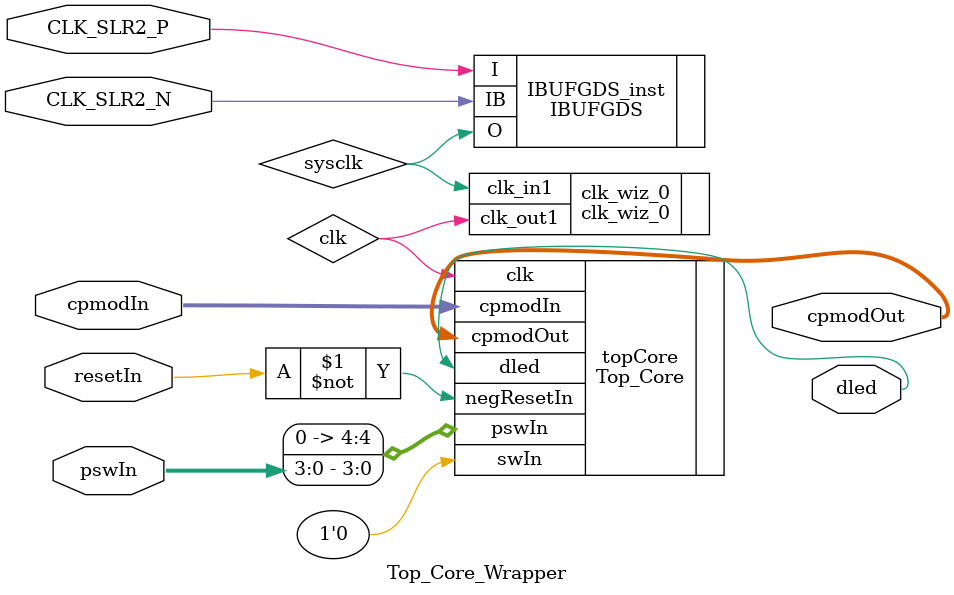
<source format=sv>
`timescale 1ns / 1ps

module Top_Core_Wrapper(
        //input logic sysclk,
        input logic CLK_SLR2_P,
        input logic CLK_SLR2_N,
        input logic resetIn,
        //input [7:0] swIn,
        input [3:0] pswIn,
        //input [5:0] pswIn,
        input [34:0] cpmodIn,
        output [36:0] cpmodOut,
        output logic dled
    );
    logic sysclk, clk;
    IBUFGDS #(
        .DIFF_TERM("TRUE"), // Differential Termination
        .IBUF_LOW_PWR("TRUE"), // Low power="TRUE", Highest performance="FALSE" 
        .IOSTANDARD("LVDS") // Specify the input I/O standard
    ) IBUFGDS_inst (
        .O(sysclk), // Clock buffer output
        .I(CLK_SLR2_P), // Diff_p clock buffer input (connect directly to top-level port)
        .IB(CLK_SLR2_N) // Diff_n clock buffer input (connect directly to top-level port)
    );
 
    clk_wiz_0 clk_wiz_0(
        .clk_out1( clk ),
        .clk_in1( sysclk )
    );

    Top_Core topCore(
        .clk( clk ),
        .negResetIn( ~resetIn ),
        .swIn('0),
        .pswIn({1'b0,pswIn}),
        .cpmodIn( cpmodIn ),
        .cpmodOut( cpmodOut ),
        .dled( dled )
    );

endmodule

</source>
